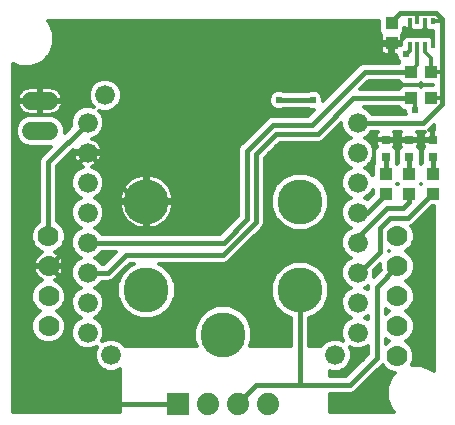
<source format=gtl>
G75*
G70*
%OFA0B0*%
%FSLAX24Y24*%
%IPPOS*%
%LPD*%
%AMOC8*
5,1,8,0,0,1.08239X$1,22.5*
%
%ADD10C,0.0660*%
%ADD11R,0.0138X0.0197*%
%ADD12R,0.0394X0.0433*%
%ADD13C,0.0700*%
%ADD14C,0.1502*%
%ADD15R,0.0740X0.0740*%
%ADD16C,0.0740*%
%ADD17R,0.0315X0.0315*%
%ADD18R,0.0433X0.0394*%
%ADD19C,0.0600*%
%ADD20C,0.0160*%
%ADD21C,0.0120*%
%ADD22C,0.0239*%
D10*
X003125Y003277D03*
X003900Y002522D03*
X003125Y004277D03*
X003125Y005277D03*
X003125Y006277D03*
X003125Y007277D03*
X003125Y008277D03*
X003125Y009277D03*
X003125Y010277D03*
X003703Y011184D03*
X012125Y010277D03*
X012125Y009277D03*
X012125Y008277D03*
X012125Y007277D03*
X012125Y006277D03*
X012125Y005277D03*
X012125Y004277D03*
X012125Y003277D03*
X011380Y002522D03*
D11*
X013851Y012847D03*
X014107Y012847D03*
X014363Y012847D03*
X014619Y012847D03*
X014619Y013654D03*
X014363Y013654D03*
X014107Y013654D03*
X013851Y013654D03*
D12*
X013251Y013585D03*
X013251Y012916D03*
X013900Y011971D03*
X014569Y011971D03*
X014569Y011085D03*
X013900Y011085D03*
D13*
X013447Y006487D03*
X013447Y005491D03*
X013447Y004491D03*
X013447Y003487D03*
X013443Y002487D03*
X001817Y003487D03*
X001817Y004491D03*
X001817Y005487D03*
X001814Y006491D03*
D14*
X005081Y007640D03*
X005081Y004688D03*
X007640Y003211D03*
X010199Y004688D03*
X010199Y007640D03*
D15*
X006125Y000902D03*
D16*
X007125Y000902D03*
X008125Y000902D03*
X009125Y000902D03*
D17*
X013054Y009117D03*
X013054Y009707D03*
X013841Y009707D03*
X013841Y009117D03*
X014629Y009117D03*
X014629Y009707D03*
D18*
X014629Y008566D03*
X014629Y007896D03*
X013841Y007896D03*
X013841Y008566D03*
X013054Y008566D03*
X013054Y007896D03*
D19*
X001838Y009995D02*
X001238Y009995D01*
X001238Y010995D02*
X001838Y010995D01*
D20*
X003125Y010277D02*
X001814Y008966D01*
X001814Y006491D01*
X002522Y006164D02*
X002522Y008675D01*
X003125Y009277D01*
X004761Y007640D01*
X005081Y007640D01*
X004392Y005869D02*
X007640Y005869D01*
X008723Y006951D01*
X008723Y009215D01*
X009412Y009904D01*
X010790Y009904D01*
X011971Y011085D01*
X013900Y011085D01*
X014313Y010277D02*
X014924Y010888D01*
X014924Y011085D01*
X014924Y011971D01*
X014924Y013644D01*
X014924Y013743D01*
X014727Y013940D01*
X014136Y013940D01*
X013546Y013940D01*
X013290Y013684D01*
X013900Y011971D02*
X012365Y011971D01*
X010691Y010298D01*
X010593Y010199D01*
X009314Y010199D01*
X008428Y009314D01*
X008428Y007050D01*
X007655Y006277D01*
X003125Y006277D01*
X002522Y006164D02*
X001845Y005487D01*
X001817Y005487D01*
X002522Y004782D01*
X002522Y001833D01*
X003453Y000902D01*
X006125Y000902D01*
X008125Y000940D02*
X008723Y001538D01*
X010199Y001538D01*
X010199Y004688D01*
X012125Y005277D02*
X012167Y005277D01*
X012857Y005967D01*
X012857Y006754D01*
X013201Y007099D01*
X013792Y007099D01*
X014589Y007896D01*
X014629Y007896D01*
X014629Y008566D02*
X014629Y009117D01*
X014629Y009707D02*
X013841Y009707D01*
X013447Y009707D01*
X013054Y009707D01*
X013054Y009117D02*
X013054Y008566D01*
X013054Y007896D02*
X012435Y007277D01*
X012125Y007277D01*
X012119Y006459D02*
X012119Y006312D01*
X012125Y006306D01*
X012125Y006277D01*
X012119Y006459D02*
X013103Y007443D01*
X013644Y007443D01*
X013841Y007640D01*
X013841Y007896D01*
X013841Y008566D02*
X013841Y009117D01*
X014313Y010277D02*
X012125Y010277D01*
X010625Y011027D02*
X009510Y011027D01*
X004392Y005869D02*
X003801Y005277D01*
X003125Y005277D01*
X010199Y001538D02*
X011873Y001538D01*
X012758Y002424D01*
X012758Y004802D01*
X013447Y005491D01*
D21*
X000620Y000620D02*
X000620Y012216D01*
X000861Y012117D01*
X001240Y012117D01*
X001590Y012261D01*
X001858Y012529D01*
X002003Y012879D01*
X002003Y013258D01*
X001858Y013608D01*
X001789Y013676D01*
X012834Y013676D01*
X012834Y013278D01*
X012909Y013202D01*
X012905Y013194D01*
X012894Y013154D01*
X012894Y012954D01*
X013212Y012954D01*
X013212Y012877D01*
X013289Y012877D01*
X013289Y012539D01*
X013403Y012539D01*
X013403Y012494D01*
X013455Y012369D01*
X013514Y012310D01*
X013483Y012279D01*
X013483Y012271D01*
X012305Y012271D01*
X012195Y012225D01*
X012110Y012141D01*
X010964Y010994D01*
X010964Y011095D01*
X010912Y011219D01*
X010817Y011315D01*
X010692Y011366D01*
X010557Y011366D01*
X010462Y011327D01*
X009673Y011327D01*
X009578Y011366D01*
X009443Y011366D01*
X009318Y011315D01*
X009223Y011219D01*
X009171Y011095D01*
X009171Y010960D01*
X009223Y010835D01*
X009318Y010739D01*
X009443Y010688D01*
X009578Y010688D01*
X009673Y010727D01*
X010462Y010727D01*
X010557Y010688D01*
X010657Y010688D01*
X010522Y010552D01*
X010522Y010552D01*
X010469Y010499D01*
X009254Y010499D01*
X009144Y010454D01*
X009059Y010369D01*
X008173Y009483D01*
X008128Y009373D01*
X008128Y007174D01*
X007531Y006577D01*
X003596Y006577D01*
X003591Y006589D01*
X003436Y006743D01*
X003355Y006777D01*
X003436Y006811D01*
X003591Y006966D01*
X003675Y007168D01*
X003675Y007387D01*
X003591Y007589D01*
X003436Y007743D01*
X003355Y007777D01*
X003436Y007811D01*
X003591Y007966D01*
X003675Y008168D01*
X003675Y008387D01*
X003591Y008589D01*
X003436Y008743D01*
X003274Y008810D01*
X003313Y008823D01*
X003381Y008858D01*
X003444Y008903D01*
X003498Y008958D01*
X003544Y009020D01*
X003579Y009089D01*
X003603Y009162D01*
X003614Y009237D01*
X003165Y009237D01*
X003165Y009317D01*
X003614Y009317D01*
X003603Y009392D01*
X003579Y009465D01*
X003544Y009534D01*
X003498Y009596D01*
X003444Y009651D01*
X003381Y009696D01*
X003313Y009731D01*
X003274Y009744D01*
X003436Y009811D01*
X003591Y009966D01*
X003675Y010168D01*
X003675Y010387D01*
X003591Y010589D01*
X003512Y010668D01*
X003594Y010634D01*
X003813Y010634D01*
X004015Y010717D01*
X004170Y010872D01*
X004253Y011074D01*
X004253Y011293D01*
X004170Y011495D01*
X004015Y011650D01*
X003813Y011734D01*
X003594Y011734D01*
X003392Y011650D01*
X003237Y011495D01*
X003153Y011293D01*
X003153Y011074D01*
X003237Y010872D01*
X003316Y010793D01*
X003234Y010827D01*
X003015Y010827D01*
X002813Y010743D01*
X002658Y010589D01*
X002575Y010387D01*
X002575Y010168D01*
X002579Y010156D01*
X002358Y009935D01*
X002358Y010098D01*
X002279Y010289D01*
X002133Y010435D01*
X001941Y010515D01*
X001135Y010515D01*
X000943Y010435D01*
X000797Y010289D01*
X000718Y010098D01*
X000718Y009891D01*
X000797Y009700D01*
X000943Y009554D01*
X001135Y009475D01*
X001898Y009475D01*
X001559Y009136D01*
X001514Y009026D01*
X001514Y006983D01*
X001491Y006974D01*
X001330Y006814D01*
X001244Y006604D01*
X001244Y006377D01*
X001330Y006168D01*
X001491Y006007D01*
X001615Y005956D01*
X001550Y005923D01*
X001485Y005876D01*
X001428Y005819D01*
X001381Y005754D01*
X001345Y005683D01*
X001320Y005606D01*
X001307Y005527D01*
X001307Y005515D01*
X001789Y005515D01*
X001789Y005458D01*
X001307Y005458D01*
X001307Y005447D01*
X001320Y005367D01*
X001345Y005291D01*
X001381Y005219D01*
X001428Y005155D01*
X001485Y005098D01*
X001550Y005051D01*
X001608Y005021D01*
X001495Y004974D01*
X001334Y004814D01*
X001247Y004604D01*
X001247Y004377D01*
X001334Y004168D01*
X001495Y004007D01*
X001540Y003989D01*
X001495Y003970D01*
X001334Y003810D01*
X001247Y003600D01*
X001247Y003373D01*
X001334Y003164D01*
X001495Y003004D01*
X001704Y002917D01*
X001931Y002917D01*
X002140Y003004D01*
X002301Y003164D01*
X002387Y003373D01*
X002387Y003600D01*
X002301Y003810D01*
X002140Y003970D01*
X002095Y003989D01*
X002140Y004007D01*
X002301Y004168D01*
X002387Y004377D01*
X002387Y004604D01*
X002301Y004814D01*
X002140Y004974D01*
X002027Y005021D01*
X002085Y005051D01*
X002150Y005098D01*
X002206Y005155D01*
X002254Y005219D01*
X002290Y005291D01*
X002315Y005367D01*
X002327Y005447D01*
X002327Y005458D01*
X001846Y005458D01*
X001846Y005515D01*
X002327Y005515D01*
X002327Y005527D01*
X002315Y005606D01*
X002290Y005683D01*
X002254Y005754D01*
X002206Y005819D01*
X002150Y005876D01*
X002085Y005923D01*
X002016Y005958D01*
X002136Y006007D01*
X002297Y006168D01*
X002384Y006377D01*
X002384Y006604D01*
X002297Y006814D01*
X002136Y006974D01*
X002114Y006983D01*
X002114Y008842D01*
X002643Y009372D01*
X002635Y009317D01*
X003085Y009317D01*
X003085Y009237D01*
X002635Y009237D01*
X002647Y009162D01*
X002670Y009089D01*
X002705Y009020D01*
X002751Y008958D01*
X002805Y008903D01*
X002868Y008858D01*
X002936Y008823D01*
X002975Y008810D01*
X002813Y008743D01*
X002658Y008589D01*
X002575Y008387D01*
X002575Y008168D01*
X002658Y007966D01*
X002813Y007811D01*
X002894Y007777D01*
X002813Y007743D01*
X002658Y007589D01*
X002575Y007387D01*
X002575Y007168D01*
X002658Y006966D01*
X002813Y006811D01*
X002894Y006777D01*
X002813Y006743D01*
X002658Y006589D01*
X002575Y006387D01*
X002575Y006168D01*
X002658Y005966D01*
X002813Y005811D01*
X002894Y005777D01*
X002813Y005743D01*
X002658Y005589D01*
X002575Y005387D01*
X002575Y005168D01*
X002658Y004966D01*
X002813Y004811D01*
X002894Y004777D01*
X002813Y004743D01*
X002658Y004589D01*
X002575Y004387D01*
X002387Y004387D01*
X002387Y004505D02*
X002624Y004505D01*
X002575Y004387D02*
X002575Y004168D01*
X002658Y003966D01*
X002813Y003811D01*
X002894Y003777D01*
X002813Y003743D01*
X002658Y003589D01*
X002575Y003387D01*
X002575Y003168D01*
X002658Y002966D01*
X002813Y002811D01*
X003015Y002727D01*
X003234Y002727D01*
X003422Y002805D01*
X003350Y002632D01*
X003350Y002413D01*
X003434Y002211D01*
X003589Y002056D01*
X003791Y001972D01*
X004010Y001972D01*
X004195Y002049D01*
X004195Y000620D01*
X000620Y000620D01*
X000620Y000713D02*
X004195Y000713D01*
X004195Y000832D02*
X000620Y000832D01*
X000620Y000950D02*
X004195Y000950D01*
X004195Y001069D02*
X000620Y001069D01*
X000620Y001187D02*
X004195Y001187D01*
X004195Y001306D02*
X000620Y001306D01*
X000620Y001424D02*
X004195Y001424D01*
X004195Y001543D02*
X000620Y001543D01*
X000620Y001661D02*
X004195Y001661D01*
X004195Y001780D02*
X000620Y001780D01*
X000620Y001898D02*
X004195Y001898D01*
X004195Y002017D02*
X004117Y002017D01*
X003683Y002017D02*
X000620Y002017D01*
X000620Y002135D02*
X003509Y002135D01*
X003416Y002254D02*
X000620Y002254D01*
X000620Y002372D02*
X003367Y002372D01*
X003350Y002491D02*
X000620Y002491D01*
X000620Y002609D02*
X003350Y002609D01*
X003390Y002728D02*
X003235Y002728D01*
X003014Y002728D02*
X000620Y002728D01*
X000620Y002846D02*
X002778Y002846D01*
X002659Y002965D02*
X002046Y002965D01*
X002220Y003083D02*
X002610Y003083D01*
X002575Y003202D02*
X002316Y003202D01*
X002365Y003320D02*
X002575Y003320D01*
X002596Y003439D02*
X002387Y003439D01*
X002387Y003557D02*
X002645Y003557D01*
X002745Y003676D02*
X002356Y003676D01*
X002307Y003794D02*
X002853Y003794D01*
X002711Y003913D02*
X002198Y003913D01*
X002164Y004031D02*
X002631Y004031D01*
X002582Y004150D02*
X002283Y004150D01*
X002342Y004268D02*
X002575Y004268D01*
X002693Y004624D02*
X002379Y004624D01*
X002330Y004742D02*
X002812Y004742D01*
X002763Y004861D02*
X002254Y004861D01*
X002128Y004979D02*
X002653Y004979D01*
X002604Y005098D02*
X002150Y005098D01*
X002251Y005216D02*
X002575Y005216D01*
X002575Y005335D02*
X002304Y005335D01*
X002327Y005453D02*
X002602Y005453D01*
X002651Y005572D02*
X002320Y005572D01*
X002286Y005690D02*
X002760Y005690D01*
X002818Y005809D02*
X002214Y005809D01*
X002077Y005927D02*
X002697Y005927D01*
X002625Y006046D02*
X002175Y006046D01*
X002293Y006164D02*
X002576Y006164D01*
X002575Y006283D02*
X002344Y006283D01*
X002384Y006401D02*
X002581Y006401D01*
X002630Y006520D02*
X002384Y006520D01*
X002369Y006638D02*
X002708Y006638D01*
X002845Y006757D02*
X002320Y006757D01*
X002235Y006875D02*
X002749Y006875D01*
X002647Y006994D02*
X002114Y006994D01*
X002114Y007112D02*
X002598Y007112D01*
X002575Y007231D02*
X002114Y007231D01*
X002114Y007349D02*
X002575Y007349D01*
X002608Y007468D02*
X002114Y007468D01*
X002114Y007586D02*
X002657Y007586D01*
X002774Y007705D02*
X002114Y007705D01*
X002114Y007823D02*
X002801Y007823D01*
X002682Y007942D02*
X002114Y007942D01*
X002114Y008060D02*
X002619Y008060D01*
X002575Y008179D02*
X002114Y008179D01*
X002114Y008297D02*
X002575Y008297D01*
X002587Y008416D02*
X002114Y008416D01*
X002114Y008534D02*
X002636Y008534D01*
X002722Y008653D02*
X002114Y008653D01*
X002114Y008771D02*
X002880Y008771D01*
X002824Y008890D02*
X002161Y008890D01*
X002280Y009008D02*
X002714Y009008D01*
X002658Y009127D02*
X002398Y009127D01*
X002517Y009245D02*
X003085Y009245D01*
X003165Y009245D02*
X008128Y009245D01*
X008128Y009127D02*
X003591Y009127D01*
X003535Y009008D02*
X008128Y009008D01*
X008128Y008890D02*
X003425Y008890D01*
X003369Y008771D02*
X008128Y008771D01*
X008128Y008653D02*
X003527Y008653D01*
X003613Y008534D02*
X004897Y008534D01*
X004903Y008536D02*
X004788Y008505D01*
X004677Y008459D01*
X004574Y008400D01*
X004479Y008327D01*
X004395Y008242D01*
X004322Y008148D01*
X004262Y008044D01*
X004217Y007934D01*
X004186Y007818D01*
X004170Y007700D01*
X005021Y007700D01*
X005021Y007580D01*
X005141Y007580D01*
X005141Y006729D01*
X005259Y006745D01*
X005375Y006776D01*
X005485Y006821D01*
X005589Y006881D01*
X005683Y006954D01*
X005768Y007038D01*
X005841Y007133D01*
X005900Y007236D01*
X005946Y007347D01*
X005977Y007462D01*
X005992Y007580D01*
X005141Y007580D01*
X005141Y007700D01*
X005992Y007700D01*
X005977Y007818D01*
X005946Y007934D01*
X005900Y008044D01*
X005841Y008148D01*
X005768Y008242D01*
X005683Y008327D01*
X005589Y008400D01*
X005485Y008459D01*
X005375Y008505D01*
X005259Y008536D01*
X005141Y008551D01*
X005141Y007700D01*
X005021Y007700D01*
X005021Y008551D01*
X004903Y008536D01*
X005021Y008534D02*
X005141Y008534D01*
X005141Y008416D02*
X005021Y008416D01*
X005021Y008297D02*
X005141Y008297D01*
X005141Y008179D02*
X005021Y008179D01*
X005021Y008060D02*
X005141Y008060D01*
X005141Y007942D02*
X005021Y007942D01*
X005021Y007823D02*
X005141Y007823D01*
X005141Y007705D02*
X005021Y007705D01*
X005021Y007586D02*
X003592Y007586D01*
X003641Y007468D02*
X004185Y007468D01*
X004186Y007462D02*
X004217Y007347D01*
X004262Y007236D01*
X004322Y007133D01*
X004395Y007038D01*
X004479Y006954D01*
X004574Y006881D01*
X004677Y006821D01*
X004788Y006776D01*
X004903Y006745D01*
X005021Y006729D01*
X005021Y007580D01*
X004170Y007580D01*
X004186Y007462D01*
X004216Y007349D02*
X003675Y007349D01*
X003675Y007231D02*
X004266Y007231D01*
X004338Y007112D02*
X003652Y007112D01*
X003602Y006994D02*
X004439Y006994D01*
X004584Y006875D02*
X003500Y006875D01*
X003404Y006757D02*
X004859Y006757D01*
X005021Y006757D02*
X005141Y006757D01*
X005141Y006875D02*
X005021Y006875D01*
X005021Y006994D02*
X005141Y006994D01*
X005141Y007112D02*
X005021Y007112D01*
X005021Y007231D02*
X005141Y007231D01*
X005141Y007349D02*
X005021Y007349D01*
X005021Y007468D02*
X005141Y007468D01*
X005141Y007586D02*
X008128Y007586D01*
X008128Y007468D02*
X005978Y007468D01*
X005947Y007349D02*
X008128Y007349D01*
X008128Y007231D02*
X005897Y007231D01*
X005825Y007112D02*
X008066Y007112D01*
X007947Y006994D02*
X005723Y006994D01*
X005578Y006875D02*
X007829Y006875D01*
X007710Y006757D02*
X005304Y006757D01*
X005992Y007705D02*
X008128Y007705D01*
X008128Y007823D02*
X005976Y007823D01*
X005943Y007942D02*
X008128Y007942D01*
X008128Y008060D02*
X005891Y008060D01*
X005817Y008179D02*
X008128Y008179D01*
X008128Y008297D02*
X005713Y008297D01*
X005561Y008416D02*
X008128Y008416D01*
X008128Y008534D02*
X005266Y008534D01*
X004602Y008416D02*
X003662Y008416D01*
X003675Y008297D02*
X004450Y008297D01*
X004346Y008179D02*
X003675Y008179D01*
X003630Y008060D02*
X004272Y008060D01*
X004220Y007942D02*
X003567Y007942D01*
X003448Y007823D02*
X004187Y007823D01*
X004171Y007705D02*
X003475Y007705D01*
X003541Y006638D02*
X007592Y006638D01*
X008242Y006046D02*
X011625Y006046D01*
X011658Y005966D02*
X011813Y005811D01*
X011894Y005777D01*
X011813Y005743D01*
X011658Y005589D01*
X011575Y005387D01*
X011575Y005168D01*
X011658Y004966D01*
X011813Y004811D01*
X011894Y004777D01*
X011813Y004743D01*
X011658Y004589D01*
X011575Y004387D01*
X011126Y004387D01*
X011171Y004494D02*
X011023Y004137D01*
X010749Y003864D01*
X010499Y003761D01*
X010499Y002817D01*
X010907Y002817D01*
X010914Y002834D01*
X011069Y002988D01*
X011271Y003072D01*
X011490Y003072D01*
X011640Y003010D01*
X011575Y003168D01*
X011575Y003387D01*
X011658Y003589D01*
X011813Y003743D01*
X011894Y003777D01*
X011813Y003811D01*
X011658Y003966D01*
X011575Y004168D01*
X011575Y004387D01*
X011575Y004268D02*
X011077Y004268D01*
X011028Y004150D02*
X011582Y004150D01*
X011631Y004031D02*
X010916Y004031D01*
X010798Y003913D02*
X011711Y003913D01*
X011853Y003794D02*
X010580Y003794D01*
X010499Y003676D02*
X011745Y003676D01*
X011645Y003557D02*
X010499Y003557D01*
X010499Y003439D02*
X011596Y003439D01*
X011575Y003320D02*
X010499Y003320D01*
X010499Y003202D02*
X011575Y003202D01*
X011610Y003083D02*
X010499Y003083D01*
X010499Y002965D02*
X011045Y002965D01*
X010927Y002846D02*
X010499Y002846D01*
X009899Y002846D02*
X008540Y002846D01*
X008528Y002817D02*
X008611Y003018D01*
X008611Y003404D01*
X008464Y003761D01*
X008190Y004035D01*
X007833Y004182D01*
X007447Y004182D01*
X007090Y004035D01*
X006817Y003761D01*
X006669Y003404D01*
X006669Y003018D01*
X006752Y002817D01*
X004373Y002817D01*
X004366Y002834D01*
X004212Y002988D01*
X004010Y003072D01*
X003791Y003072D01*
X003603Y002994D01*
X003675Y003168D01*
X003675Y003387D01*
X003591Y003589D01*
X003436Y003743D01*
X003355Y003777D01*
X003436Y003811D01*
X003591Y003966D01*
X003675Y004168D01*
X003675Y004387D01*
X004155Y004387D01*
X004110Y004494D02*
X004258Y004137D01*
X004531Y003864D01*
X004888Y003716D01*
X005274Y003716D01*
X005631Y003864D01*
X005905Y004137D01*
X006052Y004494D01*
X006052Y004881D01*
X005905Y005238D01*
X005631Y005511D01*
X005492Y005569D01*
X007700Y005569D01*
X007810Y005614D01*
X008893Y006697D01*
X008977Y006781D01*
X009023Y006892D01*
X009023Y009091D01*
X009536Y009604D01*
X010850Y009604D01*
X010960Y009650D01*
X011575Y010264D01*
X011575Y010168D01*
X011658Y009966D01*
X011813Y009811D01*
X011894Y009777D01*
X011813Y009743D01*
X011658Y009589D01*
X011575Y009387D01*
X011575Y009168D01*
X011658Y008966D01*
X011813Y008811D01*
X011894Y008777D01*
X011813Y008743D01*
X011658Y008589D01*
X011575Y008387D01*
X011575Y008168D01*
X011658Y007966D01*
X011813Y007811D01*
X011894Y007777D01*
X011813Y007743D01*
X011658Y007589D01*
X011575Y007387D01*
X011575Y007168D01*
X011658Y006966D01*
X011813Y006811D01*
X011894Y006777D01*
X011813Y006743D01*
X011658Y006589D01*
X011575Y006387D01*
X011575Y006168D01*
X011658Y005966D01*
X011697Y005927D02*
X008123Y005927D01*
X008005Y005809D02*
X011818Y005809D01*
X011760Y005690D02*
X007886Y005690D01*
X007707Y005572D02*
X009796Y005572D01*
X009649Y005511D02*
X009376Y005238D01*
X009228Y004881D01*
X009228Y004494D01*
X009376Y004137D01*
X009649Y003864D01*
X009899Y003761D01*
X009899Y002817D01*
X008528Y002817D01*
X008589Y002965D02*
X009899Y002965D01*
X009899Y003083D02*
X008611Y003083D01*
X008611Y003202D02*
X009899Y003202D01*
X009899Y003320D02*
X008611Y003320D01*
X008597Y003439D02*
X009899Y003439D01*
X009899Y003557D02*
X008548Y003557D01*
X008499Y003676D02*
X009899Y003676D01*
X009818Y003794D02*
X008431Y003794D01*
X008312Y003913D02*
X009601Y003913D01*
X009482Y004031D02*
X008194Y004031D01*
X007912Y004150D02*
X009371Y004150D01*
X009322Y004268D02*
X005959Y004268D01*
X005910Y004150D02*
X007368Y004150D01*
X007087Y004031D02*
X005798Y004031D01*
X005680Y003913D02*
X006968Y003913D01*
X006850Y003794D02*
X005462Y003794D01*
X004700Y003794D02*
X003396Y003794D01*
X003504Y003676D02*
X006782Y003676D01*
X006732Y003557D02*
X003604Y003557D01*
X003653Y003439D02*
X006683Y003439D01*
X006669Y003320D02*
X003675Y003320D01*
X003675Y003202D02*
X006669Y003202D01*
X006669Y003083D02*
X003640Y003083D01*
X004236Y002965D02*
X006691Y002965D01*
X006740Y002846D02*
X004354Y002846D01*
X004483Y003913D02*
X003538Y003913D01*
X003618Y004031D02*
X004364Y004031D01*
X004253Y004150D02*
X003667Y004150D01*
X003675Y004268D02*
X004204Y004268D01*
X004110Y004494D02*
X004110Y004881D01*
X004258Y005238D01*
X004531Y005511D01*
X004671Y005569D01*
X004517Y005569D01*
X003971Y005023D01*
X003860Y004977D01*
X003596Y004977D01*
X003591Y004966D01*
X003436Y004811D01*
X003355Y004777D01*
X003436Y004743D01*
X003591Y004589D01*
X003675Y004387D01*
X003625Y004505D02*
X004110Y004505D01*
X004110Y004624D02*
X003556Y004624D01*
X003437Y004742D02*
X004110Y004742D01*
X004110Y004861D02*
X003486Y004861D01*
X003865Y004979D02*
X004151Y004979D01*
X004200Y005098D02*
X004046Y005098D01*
X004164Y005216D02*
X004249Y005216D01*
X004283Y005335D02*
X004355Y005335D01*
X004401Y005453D02*
X004473Y005453D01*
X004027Y005927D02*
X003552Y005927D01*
X003591Y005966D02*
X003596Y005977D01*
X004076Y005977D01*
X003676Y005577D01*
X003596Y005577D01*
X003591Y005589D01*
X003436Y005743D01*
X003355Y005777D01*
X003436Y005811D01*
X003591Y005966D01*
X003431Y005809D02*
X003908Y005809D01*
X003790Y005690D02*
X003489Y005690D01*
X001558Y005927D02*
X000620Y005927D01*
X000620Y005809D02*
X001421Y005809D01*
X001349Y005690D02*
X000620Y005690D01*
X000620Y005572D02*
X001315Y005572D01*
X001307Y005453D02*
X000620Y005453D01*
X000620Y005335D02*
X001331Y005335D01*
X001384Y005216D02*
X000620Y005216D01*
X000620Y005098D02*
X001485Y005098D01*
X001507Y004979D02*
X000620Y004979D01*
X000620Y004861D02*
X001381Y004861D01*
X001305Y004742D02*
X000620Y004742D01*
X000620Y004624D02*
X001256Y004624D01*
X001247Y004505D02*
X000620Y004505D01*
X000620Y004387D02*
X001247Y004387D01*
X001293Y004268D02*
X000620Y004268D01*
X000620Y004150D02*
X001352Y004150D01*
X001471Y004031D02*
X000620Y004031D01*
X000620Y003913D02*
X001437Y003913D01*
X001328Y003794D02*
X000620Y003794D01*
X000620Y003676D02*
X001279Y003676D01*
X001247Y003557D02*
X000620Y003557D01*
X000620Y003439D02*
X001247Y003439D01*
X001270Y003320D02*
X000620Y003320D01*
X000620Y003202D02*
X001319Y003202D01*
X001415Y003083D02*
X000620Y003083D01*
X000620Y002965D02*
X001588Y002965D01*
X001452Y006046D02*
X000620Y006046D01*
X000620Y006164D02*
X001334Y006164D01*
X001283Y006283D02*
X000620Y006283D01*
X000620Y006401D02*
X001244Y006401D01*
X001244Y006520D02*
X000620Y006520D01*
X000620Y006638D02*
X001258Y006638D01*
X001307Y006757D02*
X000620Y006757D01*
X000620Y006875D02*
X001392Y006875D01*
X001514Y006994D02*
X000620Y006994D01*
X000620Y007112D02*
X001514Y007112D01*
X001514Y007231D02*
X000620Y007231D01*
X000620Y007349D02*
X001514Y007349D01*
X001514Y007468D02*
X000620Y007468D01*
X000620Y007586D02*
X001514Y007586D01*
X001514Y007705D02*
X000620Y007705D01*
X000620Y007823D02*
X001514Y007823D01*
X001514Y007942D02*
X000620Y007942D01*
X000620Y008060D02*
X001514Y008060D01*
X001514Y008179D02*
X000620Y008179D01*
X000620Y008297D02*
X001514Y008297D01*
X001514Y008416D02*
X000620Y008416D01*
X000620Y008534D02*
X001514Y008534D01*
X001514Y008653D02*
X000620Y008653D01*
X000620Y008771D02*
X001514Y008771D01*
X001514Y008890D02*
X000620Y008890D01*
X000620Y009008D02*
X001514Y009008D01*
X001555Y009127D02*
X000620Y009127D01*
X000620Y009245D02*
X001668Y009245D01*
X001787Y009364D02*
X000620Y009364D01*
X000620Y009482D02*
X001116Y009482D01*
X000897Y009601D02*
X000620Y009601D01*
X000620Y009719D02*
X000789Y009719D01*
X000740Y009838D02*
X000620Y009838D01*
X000620Y009956D02*
X000718Y009956D01*
X000718Y010075D02*
X000620Y010075D01*
X000620Y010193D02*
X000757Y010193D01*
X000820Y010312D02*
X000620Y010312D01*
X000620Y010430D02*
X000938Y010430D01*
X000997Y010601D02*
X001061Y010568D01*
X001130Y010546D01*
X001202Y010535D01*
X001498Y010535D01*
X001498Y010955D01*
X000779Y010955D01*
X000789Y010887D01*
X000812Y010818D01*
X000845Y010754D01*
X000887Y010695D01*
X000938Y010644D01*
X000997Y010601D01*
X000915Y010667D02*
X000620Y010667D01*
X000620Y010549D02*
X001122Y010549D01*
X001498Y010549D02*
X001578Y010549D01*
X001578Y010535D02*
X001874Y010535D01*
X001946Y010546D01*
X002015Y010568D01*
X002079Y010601D01*
X002138Y010644D01*
X002189Y010695D01*
X002231Y010754D01*
X002264Y010818D01*
X002287Y010887D01*
X002297Y010955D01*
X001578Y010955D01*
X001578Y011035D01*
X001498Y011035D01*
X001498Y011455D01*
X001202Y011455D01*
X001130Y011443D01*
X001061Y011421D01*
X000997Y011388D01*
X000938Y011346D01*
X000887Y011294D01*
X000845Y011236D01*
X000812Y011171D01*
X000789Y011102D01*
X000779Y011035D01*
X001498Y011035D01*
X001498Y010955D01*
X001578Y010955D01*
X001578Y010535D01*
X001578Y010667D02*
X001498Y010667D01*
X001498Y010786D02*
X001578Y010786D01*
X001578Y010904D02*
X001498Y010904D01*
X001498Y011023D02*
X000620Y011023D01*
X000620Y011141D02*
X000802Y011141D01*
X000862Y011260D02*
X000620Y011260D01*
X000620Y011378D02*
X000983Y011378D01*
X000620Y011497D02*
X003239Y011497D01*
X003189Y011378D02*
X002093Y011378D01*
X002079Y011388D02*
X002015Y011421D01*
X001946Y011443D01*
X001874Y011455D01*
X001578Y011455D01*
X001578Y011035D01*
X002297Y011035D01*
X002287Y011102D01*
X002264Y011171D01*
X002231Y011236D01*
X002189Y011294D01*
X002138Y011346D01*
X002079Y011388D01*
X002214Y011260D02*
X003153Y011260D01*
X003153Y011141D02*
X002274Y011141D01*
X002289Y010904D02*
X003224Y010904D01*
X003175Y011023D02*
X001578Y011023D01*
X001578Y011141D02*
X001498Y011141D01*
X001498Y011260D02*
X001578Y011260D01*
X001578Y011378D02*
X001498Y011378D01*
X000787Y010904D02*
X000620Y010904D01*
X000620Y010786D02*
X000828Y010786D01*
X000620Y011615D02*
X003357Y011615D01*
X004050Y011615D02*
X011585Y011615D01*
X011703Y011734D02*
X000620Y011734D01*
X000620Y011852D02*
X011822Y011852D01*
X011940Y011971D02*
X000620Y011971D01*
X000620Y012089D02*
X012059Y012089D01*
X012177Y012208D02*
X001460Y012208D01*
X001655Y012326D02*
X013498Y012326D01*
X013424Y012445D02*
X001773Y012445D01*
X001872Y012563D02*
X012970Y012563D01*
X012955Y012571D02*
X012992Y012550D01*
X013033Y012539D01*
X013212Y012539D01*
X013212Y012877D01*
X012894Y012877D01*
X012894Y012678D01*
X012905Y012638D01*
X012926Y012601D01*
X012955Y012571D01*
X012894Y012682D02*
X001921Y012682D01*
X001970Y012800D02*
X012894Y012800D01*
X012894Y013037D02*
X002003Y013037D01*
X002003Y012919D02*
X013212Y012919D01*
X013251Y012916D02*
X012601Y012916D01*
X012365Y013152D01*
X012837Y013274D02*
X001996Y013274D01*
X002003Y013156D02*
X012894Y013156D01*
X012834Y013393D02*
X001947Y013393D01*
X001898Y013511D02*
X012834Y013511D01*
X012834Y013630D02*
X001836Y013630D01*
X000641Y012208D02*
X000620Y012208D01*
X002248Y010786D02*
X002915Y010786D01*
X002737Y010667D02*
X002161Y010667D01*
X002138Y010430D02*
X002593Y010430D01*
X002575Y010312D02*
X002256Y010312D01*
X002319Y010193D02*
X002575Y010193D01*
X002498Y010075D02*
X002358Y010075D01*
X002358Y009956D02*
X002379Y009956D01*
X002635Y009364D02*
X002642Y009364D01*
X003336Y009719D02*
X008409Y009719D01*
X008291Y009601D02*
X003494Y009601D01*
X003570Y009482D02*
X008173Y009482D01*
X008128Y009364D02*
X003607Y009364D01*
X003463Y009838D02*
X008528Y009838D01*
X008646Y009956D02*
X003581Y009956D01*
X003636Y010075D02*
X008765Y010075D01*
X008883Y010193D02*
X003675Y010193D01*
X003675Y010312D02*
X009002Y010312D01*
X009120Y010430D02*
X003656Y010430D01*
X003607Y010549D02*
X010518Y010549D01*
X010637Y010667D02*
X003894Y010667D01*
X004083Y010786D02*
X009272Y010786D01*
X009194Y010904D02*
X004183Y010904D01*
X004232Y011023D02*
X009171Y011023D01*
X009190Y011141D02*
X004253Y011141D01*
X004253Y011260D02*
X009263Y011260D01*
X010872Y011260D02*
X011229Y011260D01*
X011348Y011378D02*
X004218Y011378D01*
X004168Y011497D02*
X011466Y011497D01*
X011111Y011141D02*
X010945Y011141D01*
X010964Y011023D02*
X010992Y011023D01*
X011503Y010193D02*
X011575Y010193D01*
X011613Y010075D02*
X011385Y010075D01*
X011266Y009956D02*
X011668Y009956D01*
X011786Y009838D02*
X011148Y009838D01*
X011029Y009719D02*
X011789Y009719D01*
X011670Y009601D02*
X009533Y009601D01*
X009414Y009482D02*
X011614Y009482D01*
X011575Y009364D02*
X009296Y009364D01*
X009177Y009245D02*
X011575Y009245D01*
X011592Y009127D02*
X009059Y009127D01*
X009023Y009008D02*
X011641Y009008D01*
X011734Y008890D02*
X009023Y008890D01*
X009023Y008771D02*
X011880Y008771D01*
X011722Y008653D02*
X009023Y008653D01*
X009023Y008534D02*
X009820Y008534D01*
X009649Y008464D02*
X009376Y008190D01*
X009228Y007833D01*
X009228Y007447D01*
X009376Y007090D01*
X009649Y006817D01*
X010006Y006669D01*
X010393Y006669D01*
X010749Y006817D01*
X011023Y007090D01*
X011171Y007447D01*
X011171Y007833D01*
X011023Y008190D01*
X010749Y008464D01*
X010393Y008611D01*
X010006Y008611D01*
X009649Y008464D01*
X009601Y008416D02*
X009023Y008416D01*
X009023Y008297D02*
X009483Y008297D01*
X009371Y008179D02*
X009023Y008179D01*
X009023Y008060D02*
X009322Y008060D01*
X009273Y007942D02*
X009023Y007942D01*
X009023Y007823D02*
X009228Y007823D01*
X009228Y007705D02*
X009023Y007705D01*
X009023Y007586D02*
X009228Y007586D01*
X009228Y007468D02*
X009023Y007468D01*
X009023Y007349D02*
X009269Y007349D01*
X009318Y007231D02*
X009023Y007231D01*
X009023Y007112D02*
X009367Y007112D01*
X009473Y006994D02*
X009023Y006994D01*
X009016Y006875D02*
X009591Y006875D01*
X009795Y006757D02*
X008953Y006757D01*
X008834Y006638D02*
X011708Y006638D01*
X011630Y006520D02*
X008716Y006520D01*
X008597Y006401D02*
X011581Y006401D01*
X011575Y006283D02*
X008479Y006283D01*
X008360Y006164D02*
X011576Y006164D01*
X011651Y005572D02*
X010603Y005572D01*
X010749Y005511D02*
X010393Y005659D01*
X010006Y005659D01*
X009649Y005511D01*
X009592Y005453D02*
X005689Y005453D01*
X005808Y005335D02*
X009473Y005335D01*
X009367Y005216D02*
X005914Y005216D01*
X005963Y005098D02*
X009318Y005098D01*
X009269Y004979D02*
X006012Y004979D01*
X006052Y004861D02*
X009228Y004861D01*
X009228Y004742D02*
X006052Y004742D01*
X006052Y004624D02*
X009228Y004624D01*
X009228Y004505D02*
X006052Y004505D01*
X006008Y004387D02*
X009273Y004387D01*
X010749Y005511D02*
X011023Y005238D01*
X011171Y004881D01*
X011171Y004494D01*
X011171Y004505D02*
X011624Y004505D01*
X011693Y004624D02*
X011171Y004624D01*
X011171Y004742D02*
X011812Y004742D01*
X011763Y004861D02*
X011171Y004861D01*
X011130Y004979D02*
X011653Y004979D01*
X011604Y005098D02*
X011081Y005098D01*
X011032Y005216D02*
X011575Y005216D01*
X011575Y005335D02*
X010926Y005335D01*
X010807Y005453D02*
X011602Y005453D01*
X012355Y004777D02*
X012436Y004811D01*
X012458Y004833D01*
X012458Y004721D01*
X012436Y004743D01*
X012355Y004777D01*
X012437Y004742D02*
X012458Y004742D01*
X012656Y005124D02*
X012675Y005168D01*
X012675Y005361D01*
X012877Y005563D01*
X012877Y005377D01*
X012887Y005354D01*
X012656Y005124D01*
X012675Y005216D02*
X012749Y005216D01*
X012675Y005335D02*
X012867Y005335D01*
X012877Y005453D02*
X012767Y005453D01*
X013157Y005987D02*
X013157Y005990D01*
X013160Y005989D01*
X013157Y005987D01*
X013432Y005491D02*
X013447Y005491D01*
X013982Y005690D02*
X014661Y005690D01*
X014661Y005572D02*
X014017Y005572D01*
X014017Y005604D02*
X013931Y005814D01*
X013770Y005974D01*
X013735Y005989D01*
X013770Y006004D01*
X013931Y006164D01*
X014661Y006164D01*
X014661Y006046D02*
X013812Y006046D01*
X013817Y005927D02*
X014661Y005927D01*
X014661Y005809D02*
X013933Y005809D01*
X014017Y005604D02*
X014017Y005377D01*
X013931Y005168D01*
X013770Y005007D01*
X013730Y004991D01*
X013770Y004974D01*
X013931Y004814D01*
X014017Y004604D01*
X014017Y004377D01*
X013931Y004168D01*
X013770Y004007D01*
X013725Y003989D01*
X013770Y003970D01*
X013931Y003810D01*
X014017Y003600D01*
X014017Y003373D01*
X013931Y003164D01*
X013770Y003004D01*
X013728Y002986D01*
X013766Y002970D01*
X013927Y002810D01*
X014013Y002600D01*
X014013Y002373D01*
X013946Y002211D01*
X014230Y002211D01*
X014580Y002066D01*
X014661Y001986D01*
X014661Y007479D01*
X014597Y007479D01*
X014046Y006929D01*
X014046Y006929D01*
X013962Y006845D01*
X013915Y006825D01*
X013931Y006810D01*
X014017Y006600D01*
X014017Y006373D01*
X013931Y006164D01*
X013980Y006283D02*
X014661Y006283D01*
X014661Y006401D02*
X014017Y006401D01*
X014017Y006520D02*
X014661Y006520D01*
X014661Y006638D02*
X014002Y006638D01*
X013953Y006757D02*
X014661Y006757D01*
X014661Y006875D02*
X013992Y006875D01*
X014111Y006994D02*
X014661Y006994D01*
X014661Y007112D02*
X014229Y007112D01*
X014348Y007231D02*
X014661Y007231D01*
X014661Y007349D02*
X014466Y007349D01*
X014585Y007468D02*
X014661Y007468D01*
X014235Y008227D02*
X014231Y008231D01*
X014235Y008235D01*
X014239Y008231D01*
X014235Y008227D01*
X014235Y008896D02*
X014219Y008913D01*
X014219Y009365D01*
X014129Y009455D01*
X014148Y009488D01*
X014159Y009529D01*
X014159Y009689D01*
X013860Y009689D01*
X013860Y009726D01*
X014159Y009726D01*
X014159Y009886D01*
X014148Y009926D01*
X014127Y009963D01*
X014112Y009977D01*
X014357Y009977D01*
X014343Y009963D01*
X014322Y009926D01*
X014311Y009886D01*
X014311Y009726D01*
X014610Y009726D01*
X014610Y010025D01*
X014484Y010025D01*
X014661Y010201D01*
X014661Y010025D01*
X014647Y010025D01*
X014647Y009726D01*
X014610Y009726D01*
X014610Y009689D01*
X014311Y009689D01*
X014311Y009529D01*
X014322Y009488D01*
X014341Y009455D01*
X014251Y009365D01*
X014251Y008913D01*
X014235Y008896D01*
X014219Y009008D02*
X014251Y009008D01*
X014251Y009127D02*
X014219Y009127D01*
X014219Y009245D02*
X014251Y009245D01*
X014251Y009364D02*
X014219Y009364D01*
X014144Y009482D02*
X014325Y009482D01*
X014311Y009601D02*
X014159Y009601D01*
X014159Y009838D02*
X014311Y009838D01*
X014339Y009956D02*
X014131Y009956D01*
X013860Y009719D02*
X014610Y009719D01*
X014610Y009838D02*
X014647Y009838D01*
X014647Y009956D02*
X014610Y009956D01*
X014661Y010075D02*
X014534Y010075D01*
X014653Y010193D02*
X014661Y010193D01*
X014038Y010691D02*
X014038Y010947D01*
X013900Y011085D01*
X013483Y010785D02*
X013483Y010778D01*
X013612Y010649D01*
X013699Y010649D01*
X013699Y010624D01*
X013718Y010577D01*
X012596Y010577D01*
X012591Y010589D01*
X012436Y010743D01*
X012335Y010785D01*
X013483Y010785D01*
X013594Y010667D02*
X012512Y010667D01*
X012596Y009977D02*
X012782Y009977D01*
X012768Y009963D01*
X012747Y009926D01*
X012736Y009886D01*
X012736Y009726D01*
X013035Y009726D01*
X013035Y009689D01*
X012736Y009689D01*
X012736Y009529D01*
X012747Y009488D01*
X012766Y009455D01*
X012676Y009365D01*
X012676Y008913D01*
X012617Y008853D01*
X012617Y008525D01*
X012591Y008589D01*
X012436Y008743D01*
X012355Y008777D01*
X012436Y008811D01*
X012591Y008966D01*
X012675Y009168D01*
X012675Y009387D01*
X012591Y009589D01*
X012436Y009743D01*
X012355Y009777D01*
X012436Y009811D01*
X012591Y009966D01*
X012596Y009977D01*
X012581Y009956D02*
X012764Y009956D01*
X012736Y009838D02*
X012463Y009838D01*
X012460Y009719D02*
X013035Y009719D01*
X013072Y009719D02*
X013822Y009719D01*
X013822Y009726D02*
X013822Y009689D01*
X013524Y009689D01*
X013524Y009529D01*
X013535Y009488D01*
X013553Y009455D01*
X013464Y009365D01*
X013464Y008913D01*
X013447Y008896D01*
X013431Y008913D01*
X013431Y009365D01*
X013341Y009455D01*
X013360Y009488D01*
X013371Y009529D01*
X013371Y009689D01*
X013072Y009689D01*
X013072Y009726D01*
X013371Y009726D01*
X013371Y009886D01*
X013360Y009926D01*
X013339Y009963D01*
X013325Y009977D01*
X013570Y009977D01*
X013556Y009963D01*
X013535Y009926D01*
X013524Y009886D01*
X013524Y009726D01*
X013822Y009726D01*
X013524Y009838D02*
X013371Y009838D01*
X013343Y009956D02*
X013552Y009956D01*
X013524Y009601D02*
X013371Y009601D01*
X013357Y009482D02*
X013538Y009482D01*
X013464Y009364D02*
X013431Y009364D01*
X013431Y009245D02*
X013464Y009245D01*
X013464Y009127D02*
X013431Y009127D01*
X013431Y009008D02*
X013464Y009008D01*
X013447Y008235D02*
X013451Y008231D01*
X013447Y008227D01*
X013444Y008231D01*
X013447Y008235D01*
X012676Y009008D02*
X012608Y009008D01*
X012653Y008890D02*
X012515Y008890D01*
X012617Y008771D02*
X012369Y008771D01*
X012527Y008653D02*
X012617Y008653D01*
X012613Y008534D02*
X012617Y008534D01*
X012617Y008029D02*
X012617Y007884D01*
X012456Y007723D01*
X012436Y007743D01*
X012355Y007777D01*
X012436Y007811D01*
X012591Y007966D01*
X012617Y008029D01*
X012617Y007942D02*
X012567Y007942D01*
X012556Y007823D02*
X012448Y007823D01*
X011801Y007823D02*
X011171Y007823D01*
X011171Y007705D02*
X011774Y007705D01*
X011657Y007586D02*
X011171Y007586D01*
X011171Y007468D02*
X011608Y007468D01*
X011575Y007349D02*
X011130Y007349D01*
X011081Y007231D02*
X011575Y007231D01*
X011598Y007112D02*
X011032Y007112D01*
X010926Y006994D02*
X011647Y006994D01*
X011749Y006875D02*
X010808Y006875D01*
X010604Y006757D02*
X011845Y006757D01*
X011682Y007942D02*
X011126Y007942D01*
X011077Y008060D02*
X011619Y008060D01*
X011575Y008179D02*
X011028Y008179D01*
X010916Y008297D02*
X011575Y008297D01*
X011587Y008416D02*
X010797Y008416D01*
X010579Y008534D02*
X011636Y008534D01*
X012635Y009482D02*
X012750Y009482D01*
X012736Y009601D02*
X012579Y009601D01*
X012675Y009364D02*
X012676Y009364D01*
X012675Y009245D02*
X012676Y009245D01*
X012676Y009127D02*
X012658Y009127D01*
X014569Y011085D02*
X014924Y011085D01*
X014624Y011522D02*
X014281Y011522D01*
X014235Y011475D01*
X014188Y011522D01*
X013612Y011522D01*
X013483Y011393D01*
X013483Y011385D01*
X012203Y011385D01*
X012489Y011671D01*
X013483Y011671D01*
X013483Y011663D01*
X013612Y011534D01*
X014188Y011534D01*
X014235Y011581D01*
X014281Y011534D01*
X014624Y011534D01*
X014624Y011522D01*
X014256Y011497D02*
X014213Y011497D01*
X013900Y011971D02*
X014107Y012178D01*
X014107Y012847D01*
X014363Y012847D02*
X014363Y012630D01*
X014569Y012424D01*
X014569Y011971D01*
X014924Y011971D01*
X014619Y012847D02*
X014619Y013064D01*
X014432Y013251D01*
X014333Y013251D01*
X014363Y013280D01*
X014363Y013654D01*
X014107Y013654D02*
X014107Y013910D01*
X014136Y013940D01*
X013851Y013654D02*
X013851Y013438D01*
X013940Y013349D01*
X013506Y012916D01*
X013251Y012916D01*
X013289Y012919D02*
X013562Y012919D01*
X013562Y012954D02*
X013289Y012954D01*
X013289Y012877D01*
X013562Y012877D01*
X013562Y012954D01*
X013607Y013082D02*
X013607Y013154D01*
X013596Y013194D01*
X013592Y013202D01*
X013667Y013278D01*
X013667Y013444D01*
X013684Y013428D01*
X013720Y013407D01*
X013761Y013396D01*
X013851Y013396D01*
X013887Y013396D01*
X013947Y013336D01*
X014267Y013336D01*
X014327Y013396D01*
X014363Y013396D01*
X014399Y013396D01*
X014459Y013336D01*
X014624Y013336D01*
X014624Y013105D01*
X014619Y013105D01*
X014619Y013070D01*
X014619Y013105D01*
X014583Y013105D01*
X014523Y013165D01*
X013691Y013165D01*
X013607Y013082D01*
X013607Y013156D02*
X013681Y013156D01*
X013664Y013274D02*
X014624Y013274D01*
X014624Y013156D02*
X014533Y013156D01*
X014619Y013070D02*
X014619Y013070D01*
X014333Y013251D02*
X014038Y013251D01*
X013940Y013349D01*
X013890Y013393D02*
X013667Y013393D01*
X013851Y013396D02*
X013851Y013432D01*
X013851Y013432D01*
X013851Y013396D01*
X014324Y013393D02*
X014402Y013393D01*
X014363Y013396D02*
X014363Y013432D01*
X014363Y013432D01*
X014363Y013432D01*
X014363Y013396D01*
X014619Y013654D02*
X014914Y013654D01*
X014924Y013644D01*
X013851Y012847D02*
X013851Y012670D01*
X013743Y012562D01*
X013289Y012563D02*
X013212Y012563D01*
X013212Y012682D02*
X013289Y012682D01*
X013289Y012800D02*
X013212Y012800D01*
X013251Y013585D02*
X013290Y013684D01*
X013531Y011615D02*
X012433Y011615D01*
X012315Y011497D02*
X013587Y011497D01*
X014017Y005453D02*
X014661Y005453D01*
X014661Y005335D02*
X014000Y005335D01*
X013951Y005216D02*
X014661Y005216D01*
X014661Y005098D02*
X013860Y005098D01*
X013758Y004979D02*
X014661Y004979D01*
X014661Y004861D02*
X013884Y004861D01*
X013960Y004742D02*
X014661Y004742D01*
X014661Y004624D02*
X014009Y004624D01*
X014017Y004505D02*
X014661Y004505D01*
X014661Y004387D02*
X014017Y004387D01*
X013972Y004268D02*
X014661Y004268D01*
X014661Y004150D02*
X013912Y004150D01*
X013794Y004031D02*
X014661Y004031D01*
X014661Y003913D02*
X013828Y003913D01*
X013937Y003794D02*
X014661Y003794D01*
X014661Y003676D02*
X013986Y003676D01*
X014017Y003557D02*
X014661Y003557D01*
X014661Y003439D02*
X014017Y003439D01*
X013995Y003320D02*
X014661Y003320D01*
X014661Y003202D02*
X013946Y003202D01*
X013850Y003083D02*
X014661Y003083D01*
X014661Y002965D02*
X013772Y002965D01*
X013890Y002846D02*
X014661Y002846D01*
X014661Y002728D02*
X013961Y002728D01*
X014010Y002609D02*
X014661Y002609D01*
X014661Y002491D02*
X014013Y002491D01*
X014013Y002372D02*
X014661Y002372D01*
X014661Y002254D02*
X013964Y002254D01*
X014414Y002135D02*
X014661Y002135D01*
X014661Y002017D02*
X014630Y002017D01*
X013352Y001917D02*
X013234Y001798D01*
X013089Y001448D01*
X013089Y001070D01*
X013234Y000720D01*
X013333Y000620D01*
X011184Y000620D01*
X011184Y001238D01*
X011932Y001238D01*
X012043Y001284D01*
X012928Y002169D01*
X012949Y002190D01*
X012960Y002164D01*
X013121Y002004D01*
X013330Y001917D01*
X013352Y001917D01*
X013334Y001898D02*
X012657Y001898D01*
X012539Y001780D02*
X013226Y001780D01*
X013177Y001661D02*
X012420Y001661D01*
X012302Y001543D02*
X013128Y001543D01*
X013089Y001424D02*
X012183Y001424D01*
X012065Y001306D02*
X013089Y001306D01*
X013089Y001187D02*
X011184Y001187D01*
X011184Y001069D02*
X013089Y001069D01*
X013138Y000950D02*
X011184Y000950D01*
X011184Y000832D02*
X013187Y000832D01*
X013240Y000713D02*
X011184Y000713D01*
X011184Y001838D02*
X011184Y002008D01*
X011271Y001972D01*
X011490Y001972D01*
X011692Y002056D01*
X011847Y002211D01*
X011930Y002413D01*
X011930Y002632D01*
X011865Y002789D01*
X012015Y002727D01*
X012234Y002727D01*
X012436Y002811D01*
X012458Y002833D01*
X012458Y002548D01*
X011748Y001838D01*
X011184Y001838D01*
X011184Y001898D02*
X011809Y001898D01*
X011927Y002017D02*
X011597Y002017D01*
X011771Y002135D02*
X012046Y002135D01*
X012164Y002254D02*
X011865Y002254D01*
X011914Y002372D02*
X012283Y002372D01*
X012401Y002491D02*
X011930Y002491D01*
X011930Y002609D02*
X012458Y002609D01*
X012458Y002728D02*
X012235Y002728D01*
X012014Y002728D02*
X011891Y002728D01*
X012776Y002017D02*
X013107Y002017D01*
X012989Y002135D02*
X012894Y002135D01*
X013058Y002908D02*
X013058Y003070D01*
X013125Y003004D01*
X013163Y002988D01*
X013121Y002970D01*
X013058Y002908D01*
X013058Y002965D02*
X013115Y002965D01*
X012458Y003721D02*
X012436Y003743D01*
X012355Y003777D01*
X012436Y003811D01*
X012458Y003833D01*
X012458Y003721D01*
X012458Y003794D02*
X012396Y003794D01*
X013058Y003904D02*
X013058Y004074D01*
X013125Y004007D01*
X013170Y003989D01*
X013125Y003970D01*
X013058Y003904D01*
X013058Y003913D02*
X013067Y003913D01*
X013058Y004031D02*
X013101Y004031D01*
X008125Y000940D02*
X008125Y000902D01*
X002642Y010549D02*
X001954Y010549D01*
X003512Y010667D02*
X003513Y010667D01*
D22*
X009510Y011027D03*
X010625Y011027D03*
X012365Y013152D03*
X013743Y012562D03*
X014038Y010691D03*
X013447Y009707D03*
M02*

</source>
